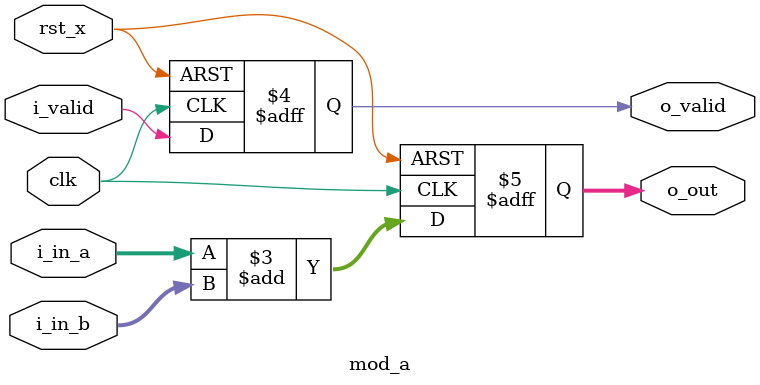
<source format=v>

module mod_a (
  input        clk,
  input        rst_x,
  input        i_valid,
  input  [7:0] i_in_a,
  input  [7:0] i_in_b,
  output reg   o_valid,
  output reg [7:0] o_out
);

always @(posedge clk or negedge rst_x) begin
  if (~rst_x) begin
    o_valid <= 1'b0;
    o_out <= 8'h0;
  end else begin
    o_valid <= i_valid;
    o_out <= i_in_a + i_in_b;
  end
end

endmodule

   

</source>
